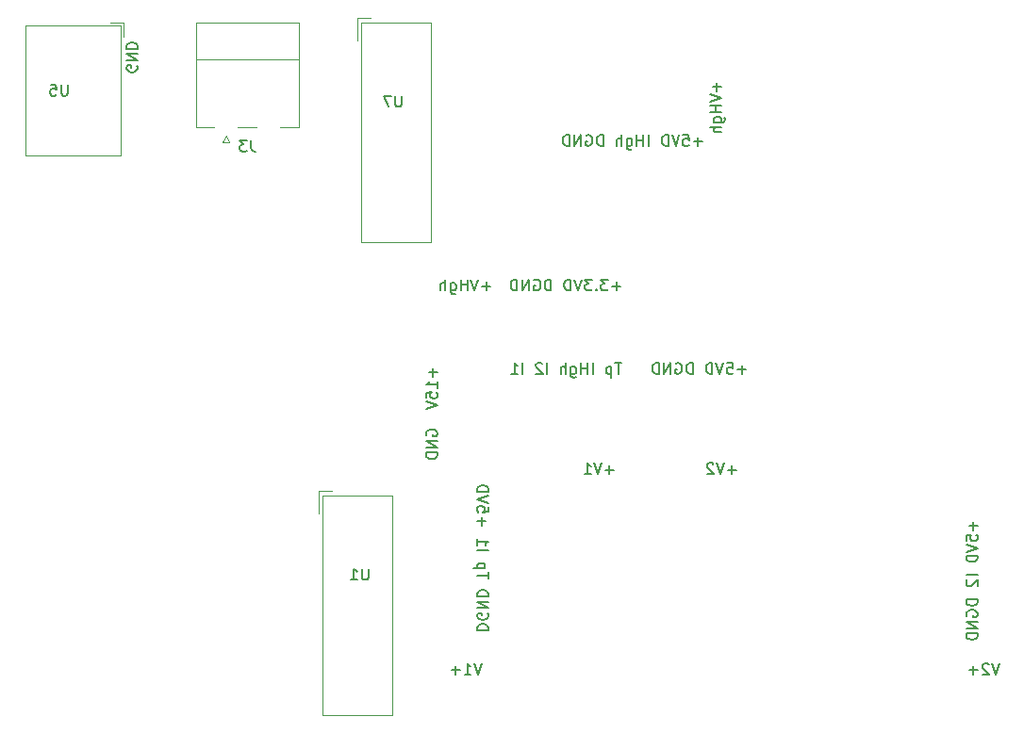
<source format=gbo>
%TF.GenerationSoftware,KiCad,Pcbnew,5.1.6-c6e7f7d~86~ubuntu20.04.1*%
%TF.CreationDate,2020-09-07T12:19:27+02:00*%
%TF.ProjectId,Measurment,4d656173-7572-46d6-956e-742e6b696361,rev?*%
%TF.SameCoordinates,Original*%
%TF.FileFunction,Legend,Bot*%
%TF.FilePolarity,Positive*%
%FSLAX46Y46*%
G04 Gerber Fmt 4.6, Leading zero omitted, Abs format (unit mm)*
G04 Created by KiCad (PCBNEW 5.1.6-c6e7f7d~86~ubuntu20.04.1) date 2020-09-07 12:19:27*
%MOMM*%
%LPD*%
G01*
G04 APERTURE LIST*
%ADD10C,0.120000*%
%ADD11C,0.100000*%
%ADD12C,0.150000*%
G04 APERTURE END LIST*
D10*
%TO.C,J3*%
X47290000Y-51310000D02*
X47290000Y-41890000D01*
X47290000Y-41890000D02*
X56520000Y-41890000D01*
X56520000Y-41890000D02*
X56520000Y-51310000D01*
X47290000Y-51310000D02*
X48950000Y-51310000D01*
X56520000Y-51310000D02*
X54860000Y-51310000D01*
X51050000Y-51310000D02*
X52760000Y-51310000D01*
X47290000Y-45200000D02*
X56520000Y-45200000D01*
X50300000Y-52600000D02*
X50000000Y-52000000D01*
X50000000Y-52000000D02*
X49700000Y-52600000D01*
X49700000Y-52600000D02*
X50300000Y-52600000D01*
D11*
%TO.C,U7*%
X61770000Y-41470000D02*
X63000000Y-41470000D01*
X61770000Y-41470000D02*
X61770000Y-43500000D01*
D10*
X68390000Y-41850000D02*
X68390000Y-61590000D01*
X68390000Y-61590000D02*
X62170000Y-61590000D01*
X62150000Y-61590000D02*
X62150000Y-41850000D01*
X62150000Y-41850000D02*
X68390000Y-41850000D01*
D11*
%TO.C,U1*%
X58270000Y-83970000D02*
X59500000Y-83970000D01*
X58270000Y-83970000D02*
X58270000Y-86000000D01*
D10*
X64890000Y-84350000D02*
X64890000Y-104090000D01*
X64890000Y-104090000D02*
X58670000Y-104090000D01*
X58650000Y-104090000D02*
X58650000Y-84350000D01*
X58650000Y-84350000D02*
X64890000Y-84350000D01*
%TO.C,U5*%
X31940000Y-42129000D02*
X31940000Y-53850000D01*
X40560000Y-42129000D02*
X40560000Y-53850000D01*
X31940000Y-42129000D02*
X40560000Y-42129000D01*
X31940000Y-53850000D02*
X40560000Y-53850000D01*
X39560000Y-41889000D02*
X40800000Y-41889000D01*
X40800000Y-41889000D02*
X40800000Y-43129000D01*
%TO.C,J1*%
D12*
X68571428Y-72952380D02*
X68571428Y-73714285D01*
X68952380Y-73333333D02*
X68190476Y-73333333D01*
X68952380Y-74714285D02*
X68952380Y-74142857D01*
X68952380Y-74428571D02*
X67952380Y-74428571D01*
X68095238Y-74333333D01*
X68190476Y-74238095D01*
X68238095Y-74142857D01*
X67952380Y-75619047D02*
X67952380Y-75142857D01*
X68428571Y-75095238D01*
X68380952Y-75142857D01*
X68333333Y-75238095D01*
X68333333Y-75476190D01*
X68380952Y-75571428D01*
X68428571Y-75619047D01*
X68523809Y-75666666D01*
X68761904Y-75666666D01*
X68857142Y-75619047D01*
X68904761Y-75571428D01*
X68952380Y-75476190D01*
X68952380Y-75238095D01*
X68904761Y-75142857D01*
X68857142Y-75095238D01*
X67952380Y-75952380D02*
X68952380Y-76285714D01*
X67952380Y-76619047D01*
X68000000Y-79000000D02*
X67952380Y-78904761D01*
X67952380Y-78761904D01*
X68000000Y-78619047D01*
X68095238Y-78523809D01*
X68190476Y-78476190D01*
X68380952Y-78428571D01*
X68523809Y-78428571D01*
X68714285Y-78476190D01*
X68809523Y-78523809D01*
X68904761Y-78619047D01*
X68952380Y-78761904D01*
X68952380Y-78857142D01*
X68904761Y-79000000D01*
X68857142Y-79047619D01*
X68523809Y-79047619D01*
X68523809Y-78857142D01*
X68952380Y-79476190D02*
X67952380Y-79476190D01*
X68952380Y-80047619D01*
X67952380Y-80047619D01*
X68952380Y-80523809D02*
X67952380Y-80523809D01*
X67952380Y-80761904D01*
X68000000Y-80904761D01*
X68095238Y-81000000D01*
X68190476Y-81047619D01*
X68380952Y-81095238D01*
X68523809Y-81095238D01*
X68714285Y-81047619D01*
X68809523Y-81000000D01*
X68904761Y-80904761D01*
X68952380Y-80761904D01*
X68952380Y-80523809D01*
X96690476Y-73071428D02*
X95928571Y-73071428D01*
X96309523Y-73452380D02*
X96309523Y-72690476D01*
X94976190Y-72452380D02*
X95452380Y-72452380D01*
X95500000Y-72928571D01*
X95452380Y-72880952D01*
X95357142Y-72833333D01*
X95119047Y-72833333D01*
X95023809Y-72880952D01*
X94976190Y-72928571D01*
X94928571Y-73023809D01*
X94928571Y-73261904D01*
X94976190Y-73357142D01*
X95023809Y-73404761D01*
X95119047Y-73452380D01*
X95357142Y-73452380D01*
X95452380Y-73404761D01*
X95500000Y-73357142D01*
X94642857Y-72452380D02*
X94309523Y-73452380D01*
X93976190Y-72452380D01*
X93642857Y-73452380D02*
X93642857Y-72452380D01*
X93404761Y-72452380D01*
X93261904Y-72500000D01*
X93166666Y-72595238D01*
X93119047Y-72690476D01*
X93071428Y-72880952D01*
X93071428Y-73023809D01*
X93119047Y-73214285D01*
X93166666Y-73309523D01*
X93261904Y-73404761D01*
X93404761Y-73452380D01*
X93642857Y-73452380D01*
X91880952Y-73452380D02*
X91880952Y-72452380D01*
X91642857Y-72452380D01*
X91500000Y-72500000D01*
X91404761Y-72595238D01*
X91357142Y-72690476D01*
X91309523Y-72880952D01*
X91309523Y-73023809D01*
X91357142Y-73214285D01*
X91404761Y-73309523D01*
X91500000Y-73404761D01*
X91642857Y-73452380D01*
X91880952Y-73452380D01*
X90357142Y-72500000D02*
X90452380Y-72452380D01*
X90595238Y-72452380D01*
X90738095Y-72500000D01*
X90833333Y-72595238D01*
X90880952Y-72690476D01*
X90928571Y-72880952D01*
X90928571Y-73023809D01*
X90880952Y-73214285D01*
X90833333Y-73309523D01*
X90738095Y-73404761D01*
X90595238Y-73452380D01*
X90500000Y-73452380D01*
X90357142Y-73404761D01*
X90309523Y-73357142D01*
X90309523Y-73023809D01*
X90500000Y-73023809D01*
X89880952Y-73452380D02*
X89880952Y-72452380D01*
X89309523Y-73452380D01*
X89309523Y-72452380D01*
X88833333Y-73452380D02*
X88833333Y-72452380D01*
X88595238Y-72452380D01*
X88452380Y-72500000D01*
X88357142Y-72595238D01*
X88309523Y-72690476D01*
X88261904Y-72880952D01*
X88261904Y-73023809D01*
X88309523Y-73214285D01*
X88357142Y-73309523D01*
X88452380Y-73404761D01*
X88595238Y-73452380D01*
X88833333Y-73452380D01*
X84785714Y-82071428D02*
X84023809Y-82071428D01*
X84404761Y-82452380D02*
X84404761Y-81690476D01*
X83690476Y-81452380D02*
X83357142Y-82452380D01*
X83023809Y-81452380D01*
X82166666Y-82452380D02*
X82738095Y-82452380D01*
X82452380Y-82452380D02*
X82452380Y-81452380D01*
X82547619Y-81595238D01*
X82642857Y-81690476D01*
X82738095Y-81738095D01*
X95785714Y-82071428D02*
X95023809Y-82071428D01*
X95404761Y-82452380D02*
X95404761Y-81690476D01*
X94690476Y-81452380D02*
X94357142Y-82452380D01*
X94023809Y-81452380D01*
X93738095Y-81547619D02*
X93690476Y-81500000D01*
X93595238Y-81452380D01*
X93357142Y-81452380D01*
X93261904Y-81500000D01*
X93214285Y-81547619D01*
X93166666Y-81642857D01*
X93166666Y-81738095D01*
X93214285Y-81880952D01*
X93785714Y-82452380D01*
X93166666Y-82452380D01*
X73738095Y-65571428D02*
X72976190Y-65571428D01*
X73357142Y-65952380D02*
X73357142Y-65190476D01*
X72642857Y-64952380D02*
X72309523Y-65952380D01*
X71976190Y-64952380D01*
X71642857Y-65952380D02*
X71642857Y-64952380D01*
X71642857Y-65428571D02*
X71071428Y-65428571D01*
X71071428Y-65952380D02*
X71071428Y-64952380D01*
X70166666Y-65285714D02*
X70166666Y-66095238D01*
X70214285Y-66190476D01*
X70261904Y-66238095D01*
X70357142Y-66285714D01*
X70500000Y-66285714D01*
X70595238Y-66238095D01*
X70166666Y-65904761D02*
X70261904Y-65952380D01*
X70452380Y-65952380D01*
X70547619Y-65904761D01*
X70595238Y-65857142D01*
X70642857Y-65761904D01*
X70642857Y-65476190D01*
X70595238Y-65380952D01*
X70547619Y-65333333D01*
X70452380Y-65285714D01*
X70261904Y-65285714D01*
X70166666Y-65333333D01*
X69690476Y-65952380D02*
X69690476Y-64952380D01*
X69261904Y-65952380D02*
X69261904Y-65428571D01*
X69309523Y-65333333D01*
X69404761Y-65285714D01*
X69547619Y-65285714D01*
X69642857Y-65333333D01*
X69690476Y-65380952D01*
X85476190Y-72452380D02*
X84904761Y-72452380D01*
X85190476Y-73452380D02*
X85190476Y-72452380D01*
X84571428Y-72785714D02*
X84571428Y-73785714D01*
X84571428Y-72833333D02*
X84476190Y-72785714D01*
X84285714Y-72785714D01*
X84190476Y-72833333D01*
X84142857Y-72880952D01*
X84095238Y-72976190D01*
X84095238Y-73261904D01*
X84142857Y-73357142D01*
X84190476Y-73404761D01*
X84285714Y-73452380D01*
X84476190Y-73452380D01*
X84571428Y-73404761D01*
X82904761Y-73452380D02*
X82904761Y-72452380D01*
X82428571Y-73452380D02*
X82428571Y-72452380D01*
X82428571Y-72928571D02*
X81857142Y-72928571D01*
X81857142Y-73452380D02*
X81857142Y-72452380D01*
X80952380Y-72785714D02*
X80952380Y-73595238D01*
X81000000Y-73690476D01*
X81047619Y-73738095D01*
X81142857Y-73785714D01*
X81285714Y-73785714D01*
X81380952Y-73738095D01*
X80952380Y-73404761D02*
X81047619Y-73452380D01*
X81238095Y-73452380D01*
X81333333Y-73404761D01*
X81380952Y-73357142D01*
X81428571Y-73261904D01*
X81428571Y-72976190D01*
X81380952Y-72880952D01*
X81333333Y-72833333D01*
X81238095Y-72785714D01*
X81047619Y-72785714D01*
X80952380Y-72833333D01*
X80476190Y-73452380D02*
X80476190Y-72452380D01*
X80047619Y-73452380D02*
X80047619Y-72928571D01*
X80095238Y-72833333D01*
X80190476Y-72785714D01*
X80333333Y-72785714D01*
X80428571Y-72833333D01*
X80476190Y-72880952D01*
X78809523Y-73452380D02*
X78809523Y-72452380D01*
X78380952Y-72547619D02*
X78333333Y-72500000D01*
X78238095Y-72452380D01*
X78000000Y-72452380D01*
X77904761Y-72500000D01*
X77857142Y-72547619D01*
X77809523Y-72642857D01*
X77809523Y-72738095D01*
X77857142Y-72880952D01*
X78428571Y-73452380D01*
X77809523Y-73452380D01*
X76619047Y-73452380D02*
X76619047Y-72452380D01*
X75619047Y-73452380D02*
X76190476Y-73452380D01*
X75904761Y-73452380D02*
X75904761Y-72452380D01*
X76000000Y-72595238D01*
X76095238Y-72690476D01*
X76190476Y-72738095D01*
X85404761Y-65571428D02*
X84642857Y-65571428D01*
X85023809Y-65952380D02*
X85023809Y-65190476D01*
X84261904Y-64952380D02*
X83642857Y-64952380D01*
X83976190Y-65333333D01*
X83833333Y-65333333D01*
X83738095Y-65380952D01*
X83690476Y-65428571D01*
X83642857Y-65523809D01*
X83642857Y-65761904D01*
X83690476Y-65857142D01*
X83738095Y-65904761D01*
X83833333Y-65952380D01*
X84119047Y-65952380D01*
X84214285Y-65904761D01*
X84261904Y-65857142D01*
X83214285Y-65857142D02*
X83166666Y-65904761D01*
X83214285Y-65952380D01*
X83261904Y-65904761D01*
X83214285Y-65857142D01*
X83214285Y-65952380D01*
X82833333Y-64952380D02*
X82214285Y-64952380D01*
X82547619Y-65333333D01*
X82404761Y-65333333D01*
X82309523Y-65380952D01*
X82261904Y-65428571D01*
X82214285Y-65523809D01*
X82214285Y-65761904D01*
X82261904Y-65857142D01*
X82309523Y-65904761D01*
X82404761Y-65952380D01*
X82690476Y-65952380D01*
X82785714Y-65904761D01*
X82833333Y-65857142D01*
X81928571Y-64952380D02*
X81595238Y-65952380D01*
X81261904Y-64952380D01*
X80928571Y-65952380D02*
X80928571Y-64952380D01*
X80690476Y-64952380D01*
X80547619Y-65000000D01*
X80452380Y-65095238D01*
X80404761Y-65190476D01*
X80357142Y-65380952D01*
X80357142Y-65523809D01*
X80404761Y-65714285D01*
X80452380Y-65809523D01*
X80547619Y-65904761D01*
X80690476Y-65952380D01*
X80928571Y-65952380D01*
X79166666Y-65952380D02*
X79166666Y-64952380D01*
X78928571Y-64952380D01*
X78785714Y-65000000D01*
X78690476Y-65095238D01*
X78642857Y-65190476D01*
X78595238Y-65380952D01*
X78595238Y-65523809D01*
X78642857Y-65714285D01*
X78690476Y-65809523D01*
X78785714Y-65904761D01*
X78928571Y-65952380D01*
X79166666Y-65952380D01*
X77642857Y-65000000D02*
X77738095Y-64952380D01*
X77880952Y-64952380D01*
X78023809Y-65000000D01*
X78119047Y-65095238D01*
X78166666Y-65190476D01*
X78214285Y-65380952D01*
X78214285Y-65523809D01*
X78166666Y-65714285D01*
X78119047Y-65809523D01*
X78023809Y-65904761D01*
X77880952Y-65952380D01*
X77785714Y-65952380D01*
X77642857Y-65904761D01*
X77595238Y-65857142D01*
X77595238Y-65523809D01*
X77785714Y-65523809D01*
X77166666Y-65952380D02*
X77166666Y-64952380D01*
X76595238Y-65952380D01*
X76595238Y-64952380D01*
X76119047Y-65952380D02*
X76119047Y-64952380D01*
X75880952Y-64952380D01*
X75738095Y-65000000D01*
X75642857Y-65095238D01*
X75595238Y-65190476D01*
X75547619Y-65380952D01*
X75547619Y-65523809D01*
X75595238Y-65714285D01*
X75642857Y-65809523D01*
X75738095Y-65904761D01*
X75880952Y-65952380D01*
X76119047Y-65952380D01*
%TO.C,J2*%
X72547619Y-96500000D02*
X73547619Y-96500000D01*
X73547619Y-96261904D01*
X73500000Y-96119047D01*
X73404761Y-96023809D01*
X73309523Y-95976190D01*
X73119047Y-95928571D01*
X72976190Y-95928571D01*
X72785714Y-95976190D01*
X72690476Y-96023809D01*
X72595238Y-96119047D01*
X72547619Y-96261904D01*
X72547619Y-96500000D01*
X73500000Y-94976190D02*
X73547619Y-95071428D01*
X73547619Y-95214285D01*
X73500000Y-95357142D01*
X73404761Y-95452380D01*
X73309523Y-95500000D01*
X73119047Y-95547619D01*
X72976190Y-95547619D01*
X72785714Y-95500000D01*
X72690476Y-95452380D01*
X72595238Y-95357142D01*
X72547619Y-95214285D01*
X72547619Y-95119047D01*
X72595238Y-94976190D01*
X72642857Y-94928571D01*
X72976190Y-94928571D01*
X72976190Y-95119047D01*
X72547619Y-94500000D02*
X73547619Y-94500000D01*
X72547619Y-93928571D01*
X73547619Y-93928571D01*
X72547619Y-93452380D02*
X73547619Y-93452380D01*
X73547619Y-93214285D01*
X73500000Y-93071428D01*
X73404761Y-92976190D01*
X73309523Y-92928571D01*
X73119047Y-92880952D01*
X72976190Y-92880952D01*
X72785714Y-92928571D01*
X72690476Y-92976190D01*
X72595238Y-93071428D01*
X72547619Y-93214285D01*
X72547619Y-93452380D01*
X73547619Y-91833333D02*
X73547619Y-91261904D01*
X72547619Y-91547619D02*
X73547619Y-91547619D01*
X73214285Y-90928571D02*
X72214285Y-90928571D01*
X73166666Y-90928571D02*
X73214285Y-90833333D01*
X73214285Y-90642857D01*
X73166666Y-90547619D01*
X73119047Y-90500000D01*
X73023809Y-90452380D01*
X72738095Y-90452380D01*
X72642857Y-90500000D01*
X72595238Y-90547619D01*
X72547619Y-90642857D01*
X72547619Y-90833333D01*
X72595238Y-90928571D01*
X72547619Y-89261904D02*
X73547619Y-89261904D01*
X72547619Y-88261904D02*
X72547619Y-88833333D01*
X72547619Y-88547619D02*
X73547619Y-88547619D01*
X73404761Y-88642857D01*
X73309523Y-88738095D01*
X73261904Y-88833333D01*
X72928571Y-87071428D02*
X72928571Y-86309523D01*
X72547619Y-86690476D02*
X73309523Y-86690476D01*
X73547619Y-85357142D02*
X73547619Y-85833333D01*
X73071428Y-85880952D01*
X73119047Y-85833333D01*
X73166666Y-85738095D01*
X73166666Y-85500000D01*
X73119047Y-85404761D01*
X73071428Y-85357142D01*
X72976190Y-85309523D01*
X72738095Y-85309523D01*
X72642857Y-85357142D01*
X72595238Y-85404761D01*
X72547619Y-85500000D01*
X72547619Y-85738095D01*
X72595238Y-85833333D01*
X72642857Y-85880952D01*
X73547619Y-85023809D02*
X72547619Y-84690476D01*
X73547619Y-84357142D01*
X72547619Y-84023809D02*
X73547619Y-84023809D01*
X73547619Y-83785714D01*
X73500000Y-83642857D01*
X73404761Y-83547619D01*
X73309523Y-83500000D01*
X73119047Y-83452380D01*
X72976190Y-83452380D01*
X72785714Y-83500000D01*
X72690476Y-83547619D01*
X72595238Y-83642857D01*
X72547619Y-83785714D01*
X72547619Y-84023809D01*
X117071428Y-86714285D02*
X117071428Y-87476190D01*
X117452380Y-87095238D02*
X116690476Y-87095238D01*
X116452380Y-88428571D02*
X116452380Y-87952380D01*
X116928571Y-87904761D01*
X116880952Y-87952380D01*
X116833333Y-88047619D01*
X116833333Y-88285714D01*
X116880952Y-88380952D01*
X116928571Y-88428571D01*
X117023809Y-88476190D01*
X117261904Y-88476190D01*
X117357142Y-88428571D01*
X117404761Y-88380952D01*
X117452380Y-88285714D01*
X117452380Y-88047619D01*
X117404761Y-87952380D01*
X117357142Y-87904761D01*
X116452380Y-88761904D02*
X117452380Y-89095238D01*
X116452380Y-89428571D01*
X117452380Y-89761904D02*
X116452380Y-89761904D01*
X116452380Y-90000000D01*
X116500000Y-90142857D01*
X116595238Y-90238095D01*
X116690476Y-90285714D01*
X116880952Y-90333333D01*
X117023809Y-90333333D01*
X117214285Y-90285714D01*
X117309523Y-90238095D01*
X117404761Y-90142857D01*
X117452380Y-90000000D01*
X117452380Y-89761904D01*
X117452380Y-91523809D02*
X116452380Y-91523809D01*
X116547619Y-91952380D02*
X116500000Y-92000000D01*
X116452380Y-92095238D01*
X116452380Y-92333333D01*
X116500000Y-92428571D01*
X116547619Y-92476190D01*
X116642857Y-92523809D01*
X116738095Y-92523809D01*
X116880952Y-92476190D01*
X117452380Y-91904761D01*
X117452380Y-92523809D01*
X117452380Y-93714285D02*
X116452380Y-93714285D01*
X116452380Y-93952380D01*
X116500000Y-94095238D01*
X116595238Y-94190476D01*
X116690476Y-94238095D01*
X116880952Y-94285714D01*
X117023809Y-94285714D01*
X117214285Y-94238095D01*
X117309523Y-94190476D01*
X117404761Y-94095238D01*
X117452380Y-93952380D01*
X117452380Y-93714285D01*
X116500000Y-95238095D02*
X116452380Y-95142857D01*
X116452380Y-95000000D01*
X116500000Y-94857142D01*
X116595238Y-94761904D01*
X116690476Y-94714285D01*
X116880952Y-94666666D01*
X117023809Y-94666666D01*
X117214285Y-94714285D01*
X117309523Y-94761904D01*
X117404761Y-94857142D01*
X117452380Y-95000000D01*
X117452380Y-95095238D01*
X117404761Y-95238095D01*
X117357142Y-95285714D01*
X117023809Y-95285714D01*
X117023809Y-95095238D01*
X117452380Y-95714285D02*
X116452380Y-95714285D01*
X117452380Y-96285714D01*
X116452380Y-96285714D01*
X117452380Y-96761904D02*
X116452380Y-96761904D01*
X116452380Y-97000000D01*
X116500000Y-97142857D01*
X116595238Y-97238095D01*
X116690476Y-97285714D01*
X116880952Y-97333333D01*
X117023809Y-97333333D01*
X117214285Y-97285714D01*
X117309523Y-97238095D01*
X117404761Y-97142857D01*
X117452380Y-97000000D01*
X117452380Y-96761904D01*
X94071428Y-47261904D02*
X94071428Y-48023809D01*
X94452380Y-47642857D02*
X93690476Y-47642857D01*
X93452380Y-48357142D02*
X94452380Y-48690476D01*
X93452380Y-49023809D01*
X94452380Y-49357142D02*
X93452380Y-49357142D01*
X93928571Y-49357142D02*
X93928571Y-49928571D01*
X94452380Y-49928571D02*
X93452380Y-49928571D01*
X93785714Y-50833333D02*
X94595238Y-50833333D01*
X94690476Y-50785714D01*
X94738095Y-50738095D01*
X94785714Y-50642857D01*
X94785714Y-50500000D01*
X94738095Y-50404761D01*
X94404761Y-50833333D02*
X94452380Y-50738095D01*
X94452380Y-50547619D01*
X94404761Y-50452380D01*
X94357142Y-50404761D01*
X94261904Y-50357142D01*
X93976190Y-50357142D01*
X93880952Y-50404761D01*
X93833333Y-50452380D01*
X93785714Y-50547619D01*
X93785714Y-50738095D01*
X93833333Y-50833333D01*
X94452380Y-51309523D02*
X93452380Y-51309523D01*
X94452380Y-51738095D02*
X93928571Y-51738095D01*
X93833333Y-51690476D01*
X93785714Y-51595238D01*
X93785714Y-51452380D01*
X93833333Y-51357142D01*
X93880952Y-51309523D01*
X92738095Y-52571428D02*
X91976190Y-52571428D01*
X92357142Y-52952380D02*
X92357142Y-52190476D01*
X91023809Y-51952380D02*
X91500000Y-51952380D01*
X91547619Y-52428571D01*
X91500000Y-52380952D01*
X91404761Y-52333333D01*
X91166666Y-52333333D01*
X91071428Y-52380952D01*
X91023809Y-52428571D01*
X90976190Y-52523809D01*
X90976190Y-52761904D01*
X91023809Y-52857142D01*
X91071428Y-52904761D01*
X91166666Y-52952380D01*
X91404761Y-52952380D01*
X91500000Y-52904761D01*
X91547619Y-52857142D01*
X90690476Y-51952380D02*
X90357142Y-52952380D01*
X90023809Y-51952380D01*
X89690476Y-52952380D02*
X89690476Y-51952380D01*
X89452380Y-51952380D01*
X89309523Y-52000000D01*
X89214285Y-52095238D01*
X89166666Y-52190476D01*
X89119047Y-52380952D01*
X89119047Y-52523809D01*
X89166666Y-52714285D01*
X89214285Y-52809523D01*
X89309523Y-52904761D01*
X89452380Y-52952380D01*
X89690476Y-52952380D01*
X87928571Y-52952380D02*
X87928571Y-51952380D01*
X87452380Y-52952380D02*
X87452380Y-51952380D01*
X87452380Y-52428571D02*
X86880952Y-52428571D01*
X86880952Y-52952380D02*
X86880952Y-51952380D01*
X85976190Y-52285714D02*
X85976190Y-53095238D01*
X86023809Y-53190476D01*
X86071428Y-53238095D01*
X86166666Y-53285714D01*
X86309523Y-53285714D01*
X86404761Y-53238095D01*
X85976190Y-52904761D02*
X86071428Y-52952380D01*
X86261904Y-52952380D01*
X86357142Y-52904761D01*
X86404761Y-52857142D01*
X86452380Y-52761904D01*
X86452380Y-52476190D01*
X86404761Y-52380952D01*
X86357142Y-52333333D01*
X86261904Y-52285714D01*
X86071428Y-52285714D01*
X85976190Y-52333333D01*
X85500000Y-52952380D02*
X85500000Y-51952380D01*
X85071428Y-52952380D02*
X85071428Y-52428571D01*
X85119047Y-52333333D01*
X85214285Y-52285714D01*
X85357142Y-52285714D01*
X85452380Y-52333333D01*
X85500000Y-52380952D01*
X83833333Y-52952380D02*
X83833333Y-51952380D01*
X83595238Y-51952380D01*
X83452380Y-52000000D01*
X83357142Y-52095238D01*
X83309523Y-52190476D01*
X83261904Y-52380952D01*
X83261904Y-52523809D01*
X83309523Y-52714285D01*
X83357142Y-52809523D01*
X83452380Y-52904761D01*
X83595238Y-52952380D01*
X83833333Y-52952380D01*
X82309523Y-52000000D02*
X82404761Y-51952380D01*
X82547619Y-51952380D01*
X82690476Y-52000000D01*
X82785714Y-52095238D01*
X82833333Y-52190476D01*
X82880952Y-52380952D01*
X82880952Y-52523809D01*
X82833333Y-52714285D01*
X82785714Y-52809523D01*
X82690476Y-52904761D01*
X82547619Y-52952380D01*
X82452380Y-52952380D01*
X82309523Y-52904761D01*
X82261904Y-52857142D01*
X82261904Y-52523809D01*
X82452380Y-52523809D01*
X81833333Y-52952380D02*
X81833333Y-51952380D01*
X81261904Y-52952380D01*
X81261904Y-51952380D01*
X80785714Y-52952380D02*
X80785714Y-51952380D01*
X80547619Y-51952380D01*
X80404761Y-52000000D01*
X80309523Y-52095238D01*
X80261904Y-52190476D01*
X80214285Y-52380952D01*
X80214285Y-52523809D01*
X80261904Y-52714285D01*
X80309523Y-52809523D01*
X80404761Y-52904761D01*
X80547619Y-52952380D01*
X80785714Y-52952380D01*
X72928571Y-99452380D02*
X72595238Y-100452380D01*
X72261904Y-99452380D01*
X71404761Y-100452380D02*
X71976190Y-100452380D01*
X71690476Y-100452380D02*
X71690476Y-99452380D01*
X71785714Y-99595238D01*
X71880952Y-99690476D01*
X71976190Y-99738095D01*
X70976190Y-100071428D02*
X70214285Y-100071428D01*
X70595238Y-100452380D02*
X70595238Y-99690476D01*
X119428571Y-99452380D02*
X119095238Y-100452380D01*
X118761904Y-99452380D01*
X118476190Y-99547619D02*
X118428571Y-99500000D01*
X118333333Y-99452380D01*
X118095238Y-99452380D01*
X118000000Y-99500000D01*
X117952380Y-99547619D01*
X117904761Y-99642857D01*
X117904761Y-99738095D01*
X117952380Y-99880952D01*
X118523809Y-100452380D01*
X117904761Y-100452380D01*
X117476190Y-100071428D02*
X116714285Y-100071428D01*
X117095238Y-100452380D02*
X117095238Y-99690476D01*
X42000000Y-45761904D02*
X42047619Y-45857142D01*
X42047619Y-46000000D01*
X42000000Y-46142857D01*
X41904761Y-46238095D01*
X41809523Y-46285714D01*
X41619047Y-46333333D01*
X41476190Y-46333333D01*
X41285714Y-46285714D01*
X41190476Y-46238095D01*
X41095238Y-46142857D01*
X41047619Y-46000000D01*
X41047619Y-45904761D01*
X41095238Y-45761904D01*
X41142857Y-45714285D01*
X41476190Y-45714285D01*
X41476190Y-45904761D01*
X41047619Y-45285714D02*
X42047619Y-45285714D01*
X41047619Y-44714285D01*
X42047619Y-44714285D01*
X41047619Y-44238095D02*
X42047619Y-44238095D01*
X42047619Y-44000000D01*
X42000000Y-43857142D01*
X41904761Y-43761904D01*
X41809523Y-43714285D01*
X41619047Y-43666666D01*
X41476190Y-43666666D01*
X41285714Y-43714285D01*
X41190476Y-43761904D01*
X41095238Y-43857142D01*
X41047619Y-44000000D01*
X41047619Y-44238095D01*
%TO.C,J3*%
X52233333Y-52452380D02*
X52233333Y-53166666D01*
X52280952Y-53309523D01*
X52376190Y-53404761D01*
X52519047Y-53452380D01*
X52614285Y-53452380D01*
X51852380Y-52452380D02*
X51233333Y-52452380D01*
X51566666Y-52833333D01*
X51423809Y-52833333D01*
X51328571Y-52880952D01*
X51280952Y-52928571D01*
X51233333Y-53023809D01*
X51233333Y-53261904D01*
X51280952Y-53357142D01*
X51328571Y-53404761D01*
X51423809Y-53452380D01*
X51709523Y-53452380D01*
X51804761Y-53404761D01*
X51852380Y-53357142D01*
%TO.C,U7*%
X65761904Y-48452380D02*
X65761904Y-49261904D01*
X65714285Y-49357142D01*
X65666666Y-49404761D01*
X65571428Y-49452380D01*
X65380952Y-49452380D01*
X65285714Y-49404761D01*
X65238095Y-49357142D01*
X65190476Y-49261904D01*
X65190476Y-48452380D01*
X64809523Y-48452380D02*
X64142857Y-48452380D01*
X64571428Y-49452380D01*
%TO.C,U1*%
X62761904Y-90952380D02*
X62761904Y-91761904D01*
X62714285Y-91857142D01*
X62666666Y-91904761D01*
X62571428Y-91952380D01*
X62380952Y-91952380D01*
X62285714Y-91904761D01*
X62238095Y-91857142D01*
X62190476Y-91761904D01*
X62190476Y-90952380D01*
X61190476Y-91952380D02*
X61761904Y-91952380D01*
X61476190Y-91952380D02*
X61476190Y-90952380D01*
X61571428Y-91095238D01*
X61666666Y-91190476D01*
X61761904Y-91238095D01*
%TO.C,U5*%
X35761904Y-47452380D02*
X35761904Y-48261904D01*
X35714285Y-48357142D01*
X35666666Y-48404761D01*
X35571428Y-48452380D01*
X35380952Y-48452380D01*
X35285714Y-48404761D01*
X35238095Y-48357142D01*
X35190476Y-48261904D01*
X35190476Y-47452380D01*
X34238095Y-47452380D02*
X34714285Y-47452380D01*
X34761904Y-47928571D01*
X34714285Y-47880952D01*
X34619047Y-47833333D01*
X34380952Y-47833333D01*
X34285714Y-47880952D01*
X34238095Y-47928571D01*
X34190476Y-48023809D01*
X34190476Y-48261904D01*
X34238095Y-48357142D01*
X34285714Y-48404761D01*
X34380952Y-48452380D01*
X34619047Y-48452380D01*
X34714285Y-48404761D01*
X34761904Y-48357142D01*
%TD*%
M02*

</source>
